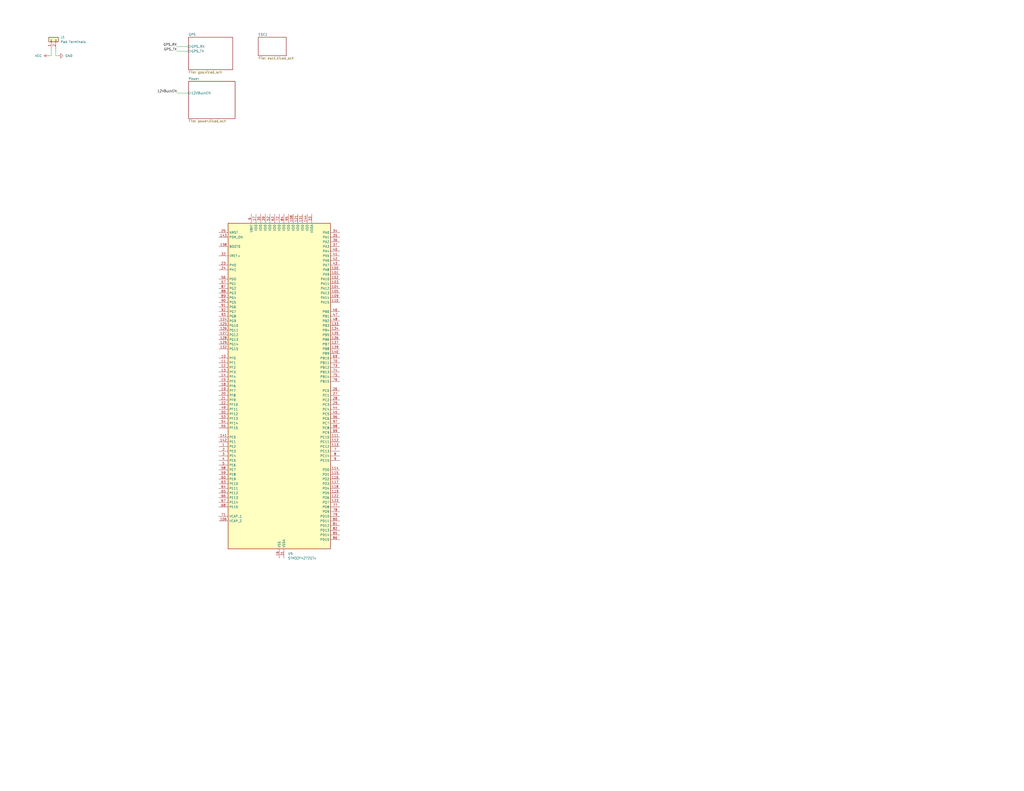
<source format=kicad_sch>
(kicad_sch (version 20250114) (generator "eeschema") (generator_version "9.0")
  (paper "C")
  (lib_symbols
    (symbol "Connector_Generic:Conn_01x02" (pin_names (offset 1.016) (hide yes))
      (property "Reference" "J" (at 0 2.54 0))
      (property "Value" "Conn_01x02" (at 0 -5.08 0))
      (symbol "Conn_01x02_1_1"
        (rectangle (start -1.27 1.27) (end 1.27 -3.81) (stroke (width 0.254)) (fill (type background)))
        (rectangle (start -1.27 0.127) (end 0 -0.127) (stroke (width 0.1524)))
        (rectangle (start -1.27 -2.413) (end 0 -2.667) (stroke (width 0.1524)))
        (pin passive line (at -5.08 0 0) (length 3.81) (name "Pin_1") (number "1"))
        (pin passive line (at -5.08 -2.54 0) (length 3.81) (name "Pin_2") (number "2"))
      )
    )
    (symbol "MCU_ST_STM32F4:STM32F427ZGTx"
      (property "Reference" "U" (at -27.94 90.17 0))
      (property "Value" "STM32F427ZGTx" (at 20.32 90.17 0))
      (symbol "STM32F427ZGTx_0_1"
        (rectangle (start -27.94 -88.9) (end 27.94 88.9) (stroke (width 0.254)) (fill (type background)))
      )
      (symbol "STM32F427ZGTx_1_1"
        (pin input line (at -33.02 83.82 0) (length 5.08) (name "NRST") (number "25"))
        (pin input line (at -33.02 81.28 0) (length 5.08) (name "PDR_ON") (number "143"))
        (pin input line (at -33.02 76.2 0) (length 5.08) (name "BOOT0") (number "138"))
        (pin input line (at -33.02 71.12 0) (length 5.08) (name "VREF+") (number "32"))
        (pin bidirectional line (at -33.02 66.04 0) (length 5.08) (name "PH0") (number "23"))
        (pin bidirectional line (at -33.02 63.5 0) (length 5.08) (name "PH1") (number "24"))
        (pin bidirectional line (at -33.02 58.42 0) (length 5.08) (name "PG0") (number "56"))
        (pin bidirectional line (at -33.02 55.88 0) (length 5.08) (name "PG1") (number "57"))
        (pin bidirectional line (at -33.02 53.34 0) (length 5.08) (name "PG2") (number "87"))
        (pin bidirectional line (at -33.02 50.8 0) (length 5.08) (name "PG3") (number "88"))
        (pin bidirectional line (at -33.02 48.26 0) (length 5.08) (name "PG4") (number "89"))
        (pin bidirectional line (at -33.02 45.72 0) (length 5.08) (name "PG5") (number "90"))
        (pin bidirectional line (at -33.02 43.18 0) (length 5.08) (name "PG6") (number "91"))
        (pin bidirectional line (at -33.02 40.64 0) (length 5.08) (name "PG7") (number "92"))
        (pin bidirectional line (at -33.02 38.1 0) (length 5.08) (name "PG8") (number "93"))
        (pin bidirectional line (at -33.02 35.56 0) (length 5.08) (name "PG9") (number "124"))
        (pin bidirectional line (at -33.02 33.02 0) (length 5.08) (name "PG10") (number "125"))
        (pin bidirectional line (at -33.02 30.48 0) (length 5.08) (name "PG11") (number "126"))
        (pin bidirectional line (at -33.02 27.94 0) (length 5.08) (name "PG12") (number "127"))
        (pin bidirectional line (at -33.02 25.4 0) (length 5.08) (name "PG13") (number "128"))
        (pin bidirectional line (at -33.02 22.86 0) (length 5.08) (name "PG14") (number "129"))
        (pin bidirectional line (at -33.02 20.32 0) (length 5.08) (name "PG15") (number "132"))
        (pin bidirectional line (at -33.02 15.24 0) (length 5.08) (name "PF0") (number "10"))
        (pin bidirectional line (at -33.02 12.7 0) (length 5.08) (name "PF1") (number "11"))
        (pin bidirectional line (at -33.02 10.16 0) (length 5.08) (name "PF2") (number "12"))
        (pin bidirectional line (at -33.02 7.62 0) (length 5.08) (name "PF3") (number "13"))
        (pin bidirectional line (at -33.02 5.08 0) (length 5.08) (name "PF4") (number "14"))
        (pin bidirectional line (at -33.02 2.54 0) (length 5.08) (name "PF5") (number "15"))
        (pin bidirectional line (at -33.02 0 0) (length 5.08) (name "PF6") (number "18"))
        (pin bidirectional line (at -33.02 -2.54 0) (length 5.08) (name "PF7") (number "19"))
        (pin bidirectional line (at -33.02 -5.08 0) (length 5.08) (name "PF8") (number "20"))
        (pin bidirectional line (at -33.02 -7.62 0) (length 5.08) (name "PF9") (number "21"))
        (pin bidirectional line (at -33.02 -10.16 0) (length 5.08) (name "PF10") (number "22"))
        (pin bidirectional line (at -33.02 -12.7 0) (length 5.08) (name "PF11") (number "49"))
        (pin bidirectional line (at -33.02 -15.24 0) (length 5.08) (name "PF12") (number "50"))
        (pin bidirectional line (at -33.02 -17.78 0) (length 5.08) (name "PF13") (number "53"))
        (pin bidirectional line (at -33.02 -20.32 0) (length 5.08) (name "PF14") (number "54"))
        (pin bidirectional line (at -33.02 -22.86 0) (length 5.08) (name "PF15") (number "55"))
        (pin bidirectional line (at -33.02 -27.94 0) (length 5.08) (name "PE0") (number "141"))
        (pin bidirectional line (at -33.02 -30.48 0) (length 5.08) (name "PE1") (number "142"))
        (pin bidirectional line (at -33.02 -33.02 0) (length 5.08) (name "PE2") (number "1"))
        (pin bidirectional line (at -33.02 -35.56 0) (length 5.08) (name "PE3") (number "2"))
        (pin bidirectional line (at -33.02 -38.1 0) (length 5.08) (name "PE4") (number "3"))
        (pin bidirectional line (at -33.02 -40.64 0) (length 5.08) (name "PE5") (number "4"))
        (pin bidirectional line (at -33.02 -43.18 0) (length 5.08) (name "PE6") (number "5"))
        (pin bidirectional line (at -33.02 -45.72 0) (length 5.08) (name "PE7") (number "58"))
        (pin bidirectional line (at -33.02 -48.26 0) (length 5.08) (name "PE8") (number "59"))
        (pin bidirectional line (at -33.02 -50.8 0) (length 5.08) (name "PE9") (number "60"))
        (pin bidirectional line (at -33.02 -53.34 0) (length 5.08) (name "PE10") (number "63"))
        (pin bidirectional line (at -33.02 -55.88 0) (length 5.08) (name "PE11") (number "64"))
        (pin bidirectional line (at -33.02 -58.42 0) (length 5.08) (name "PE12") (number "65"))
        (pin bidirectional line (at -33.02 -60.96 0) (length 5.08) (name "PE13") (number "66"))
        (pin bidirectional line (at -33.02 -63.5 0) (length 5.08) (name "PE14") (number "67"))
        (pin bidirectional line (at -33.02 -66.04 0) (length 5.08) (name "PE15") (number "68"))
        (pin power_out line (at -33.02 -71.12 0) (length 5.08) (name "VCAP_1") (number "71"))
        (pin power_out line (at -33.02 -73.66 0) (length 5.08) (name "VCAP_2") (number "106"))
        (pin power_in line (at -15.24 93.98 270) (length 5.08) (name "VBAT") (number "6"))
        (pin power_in line (at -12.7 93.98 270) (length 5.08) (name "VDD") (number "17"))
        (pin power_in line (at -10.16 93.98 270) (length 5.08) (name "VDD") (number "30"))
        (pin power_in line (at -7.62 93.98 270) (length 5.08) (name "VDD") (number "39"))
        (pin power_in line (at -5.08 93.98 270) (length 5.08) (name "VDD") (number "52"))
        (pin power_in line (at -2.54 93.98 270) (length 5.08) (name "VDD") (number "62"))
        (pin power_in line (at 0 93.98 270) (length 5.08) (name "VDD") (number "72"))
        (pin passive line (at 0 -93.98 90) (length 5.08) (hide yes) (name "VSS") (number "107"))
        (pin passive line (at 0 -93.98 90) (length 5.08) (hide yes) (name "VSS") (number "120"))
        (pin passive line (at 0 -93.98 90) (length 5.08) (hide yes) (name "VSS") (number "130"))
        (pin power_in line (at 0 -93.98 90) (length 5.08) (name "VSS") (number "16"))
        (pin passive line (at 0 -93.98 90) (length 5.08) (hide yes) (name "VSS") (number "38"))
        (pin passive line (at 0 -93.98 90) (length 5.08) (hide yes) (name "VSS") (number "51"))
        (pin passive line (at 0 -93.98 90) (length 5.08) (hide yes) (name "VSS") (number "61"))
        (pin passive line (at 0 -93.98 90) (length 5.08) (hide yes) (name "VSS") (number "83"))
        (pin passive line (at 0 -93.98 90) (length 5.08) (hide yes) (name "VSS") (number "94"))
        (pin power_in line (at 2.54 93.98 270) (length 5.08) (name "VDD") (number "84"))
        (pin power_in line (at 2.54 -93.98 90) (length 5.08) (name "VSSA") (number "31"))
        (pin power_in line (at 5.08 93.98 270) (length 5.08) (name "VDD") (number "95"))
        (pin power_in line (at 7.62 93.98 270) (length 5.08) (name "VDD") (number "108"))
        (pin power_in line (at 10.16 93.98 270) (length 5.08) (name "VDD") (number "121"))
        (pin power_in line (at 12.7 93.98 270) (length 5.08) (name "VDD") (number "131"))
        (pin power_in line (at 15.24 93.98 270) (length 5.08) (name "VDD") (number "144"))
        (pin power_in line (at 17.78 93.98 270) (length 5.08) (name "VDDA") (number "33"))
        (pin bidirectional line (at 33.02 83.82 180) (length 5.08) (name "PA0") (number "34"))
        (pin bidirectional line (at 33.02 81.28 180) (length 5.08) (name "PA1") (number "35"))
        (pin bidirectional line (at 33.02 78.74 180) (length 5.08) (name "PA2") (number "36"))
        (pin bidirectional line (at 33.02 76.2 180) (length 5.08) (name "PA3") (number "37"))
        (pin bidirectional line (at 33.02 73.66 180) (length 5.08) (name "PA4") (number "40"))
        (pin bidirectional line (at 33.02 71.12 180) (length 5.08) (name "PA5") (number "41"))
        (pin bidirectional line (at 33.02 68.58 180) (length 5.08) (name "PA6") (number "42"))
        (pin bidirectional line (at 33.02 66.04 180) (length 5.08) (name "PA7") (number "43"))
        (pin bidirectional line (at 33.02 63.5 180) (length 5.08) (name "PA8") (number "100"))
        (pin bidirectional line (at 33.02 60.96 180) (length 5.08) (name "PA9") (number "101"))
        (pin bidirectional line (at 33.02 58.42 180) (length 5.08) (name "PA10") (number "102"))
        (pin bidirectional line (at 33.02 55.88 180) (length 5.08) (name "PA11") (number "103"))
        (pin bidirectional line (at 33.02 53.34 180) (length 5.08) (name "PA12") (number "104"))
        (pin bidirectional line (at 33.02 50.8 180) (length 5.08) (name "PA13") (number "105"))
        (pin bidirectional line (at 33.02 48.26 180) (length 5.08) (name "PA14") (number "109"))
        (pin bidirectional line (at 33.02 45.72 180) (length 5.08) (name "PA15") (number "110"))
        (pin bidirectional line (at 33.02 40.64 180) (length 5.08) (name "PB0") (number "46"))
        (pin bidirectional line (at 33.02 38.1 180) (length 5.08) (name "PB1") (number "47"))
        (pin bidirectional line (at 33.02 35.56 180) (length 5.08) (name "PB2") (number "48"))
        (pin bidirectional line (at 33.02 33.02 180) (length 5.08) (name "PB3") (number "133"))
        (pin bidirectional line (at 33.02 30.48 180) (length 5.08) (name "PB4") (number "134"))
        (pin bidirectional line (at 33.02 27.94 180) (length 5.08) (name "PB5") (number "135"))
        (pin bidirectional line (at 33.02 25.4 180) (length 5.08) (name "PB6") (number "136"))
        (pin bidirectional line (at 33.02 22.86 180) (length 5.08) (name "PB7") (number "137"))
        (pin bidirectional line (at 33.02 20.32 180) (length 5.08) (name "PB8") (number "139"))
        (pin bidirectional line (at 33.02 17.78 180) (length 5.08) (name "PB9") (number "140"))
        (pin bidirectional line (at 33.02 15.24 180) (length 5.08) (name "PB10") (number "69"))
        (pin bidirectional line (at 33.02 12.7 180) (length 5.08) (name "PB11") (number "70"))
        (pin bidirectional line (at 33.02 10.16 180) (length 5.08) (name "PB12") (number "73"))
        (pin bidirectional line (at 33.02 7.62 180) (length 5.08) (name "PB13") (number "74"))
        (pin bidirectional line (at 33.02 5.08 180) (length 5.08) (name "PB14") (number "75"))
        (pin bidirectional line (at 33.02 2.54 180) (length 5.08) (name "PB15") (number "76"))
        (pin bidirectional line (at 33.02 -2.54 180) (length 5.08) (name "PC0") (number "26"))
        (pin bidirectional line (at 33.02 -5.08 180) (length 5.08) (name "PC1") (number "27"))
        (pin bidirectional line (at 33.02 -7.62 180) (length 5.08) (name "PC2") (number "28"))
        (pin bidirectional line (at 33.02 -10.16 180) (length 5.08) (name "PC3") (number "29"))
        (pin bidirectional line (at 33.02 -12.7 180) (length 5.08) (name "PC4") (number "44"))
        (pin bidirectional line (at 33.02 -15.24 180) (length 5.08) (name "PC5") (number "45"))
        (pin bidirectional line (at 33.02 -17.78 180) (length 5.08) (name "PC6") (number "96"))
        (pin bidirectional line (at 33.02 -20.32 180) (length 5.08) (name "PC7") (number "97"))
        (pin bidirectional line (at 33.02 -22.86 180) (length 5.08) (name "PC8") (number "98"))
        (pin bidirectional line (at 33.02 -25.4 180) (length 5.08) (name "PC9") (number "99"))
        (pin bidirectional line (at 33.02 -27.94 180) (length 5.08) (name "PC10") (number "111"))
        (pin bidirectional line (at 33.02 -30.48 180) (length 5.08) (name "PC11") (number "112"))
        (pin bidirectional line (at 33.02 -33.02 180) (length 5.08) (name "PC12") (number "113"))
        (pin bidirectional line (at 33.02 -35.56 180) (length 5.08) (name "PC13") (number "7"))
        (pin bidirectional line (at 33.02 -38.1 180) (length 5.08) (name "PC14") (number "8"))
        (pin bidirectional line (at 33.02 -40.64 180) (length 5.08) (name "PC15") (number "9"))
        (pin bidirectional line (at 33.02 -45.72 180) (length 5.08) (name "PD0") (number "114"))
        (pin bidirectional line (at 33.02 -48.26 180) (length 5.08) (name "PD1") (number "115"))
        (pin bidirectional line (at 33.02 -50.8 180) (length 5.08) (name "PD2") (number "116"))
        (pin bidirectional line (at 33.02 -53.34 180) (length 5.08) (name "PD3") (number "117"))
        (pin bidirectional line (at 33.02 -55.88 180) (length 5.08) (name "PD4") (number "118"))
        (pin bidirectional line (at 33.02 -58.42 180) (length 5.08) (name "PD5") (number "119"))
        (pin bidirectional line (at 33.02 -60.96 180) (length 5.08) (name "PD6") (number "122"))
        (pin bidirectional line (at 33.02 -63.5 180) (length 5.08) (name "PD7") (number "123"))
        (pin bidirectional line (at 33.02 -66.04 180) (length 5.08) (name "PD8") (number "77"))
        (pin bidirectional line (at 33.02 -68.58 180) (length 5.08) (name "PD9") (number "78"))
        (pin bidirectional line (at 33.02 -71.12 180) (length 5.08) (name "PD10") (number "79"))
        (pin bidirectional line (at 33.02 -73.66 180) (length 5.08) (name "PD11") (number "80"))
        (pin bidirectional line (at 33.02 -76.2 180) (length 5.08) (name "PD12") (number "81"))
        (pin bidirectional line (at 33.02 -78.74 180) (length 5.08) (name "PD13") (number "82"))
        (pin bidirectional line (at 33.02 -81.28 180) (length 5.08) (name "PD14") (number "85"))
        (pin bidirectional line (at 33.02 -83.82 180) (length 5.08) (name "PD15") (number "86"))
      )
    )
    (symbol "power:GND" (power) (pin_numbers (hide yes)) (pin_names (offset 0) (hide yes))
      (property "Value" "GND" (at 0 -3.81 0))
      (symbol "GND_0_1"
        (polyline (pts (xy 0 0) (xy 0 -1.27) (xy 1.27 -1.27) (xy 0 -2.54) (xy -1.27 -1.27) (xy 0 -1.27)))
      )
      (symbol "GND_1_1"
        (pin power_in line (at 0 0 270) (length 0) (name "~") (number "1"))
      )
    )
    (symbol "power:VCC" (power) (pin_numbers (hide yes)) (pin_names (offset 0) (hide yes))
      (property "Value" "VCC" (at 0 3.556 0))
      (symbol "VCC_0_1"
        (polyline (pts (xy -0.762 1.27) (xy 0 2.54)))
        (polyline (pts (xy 0 2.54) (xy 0.762 1.27)))
        (polyline (pts (xy 0 0) (xy 0 2.54)))
      )
      (symbol "VCC_1_1"
        (pin power_in line (at 0 0 90) (length 0) (name "~") (number "1"))
      )
    )
  )
  (wire (pts (xy 30.48 26.67) (xy 30.48 30.48)))
  (wire (pts (xy 26.67 30.48) (xy 27.94 30.48)))
  (wire (pts (xy 27.94 26.67) (xy 27.94 30.48)))
  (wire (pts (xy 96.52 25.4) (xy 102.87 25.4)))
  (wire (pts (xy 30.48 30.48) (xy 31.75 30.48)))
  (wire (pts (xy 96.52 50.8) (xy 102.87 50.8)))
  (wire (pts (xy 102.87 27.94) (xy 96.52 27.94)))
  (label "12VBuckEN" (at 96.52 50.8 180))
  (label "GPS_TX" (at 96.52 27.94 180))
  (label "GPS_RX" (at 96.52 25.4 180))
  (symbol (lib_id "MCU_ST_STM32F4:STM32F427ZGTx") (at 152.4 210.82 0) (unit 1)
    (property "Reference" "U5" (at 157.0833 302.26 0) (effects (justify left)))
    (property "Value" "STM32F427ZGTx" (at 157.0833 304.8 0) (effects (justify left)))
    (property "Footprint" "Package_QFP:LQFP-144_20x20mm_P0.5mm" (effects (hide yes)))
    (property "Datasheet" "https://www.st.com/resource/en/datasheet/stm32f427zg.pdf" (effects (hide yes)))
    (property "Description" "STMicroelectronics Arm Cortex-M4 MCU, 1024KB flash, 256KB RAM, 180 MHz, 1.7-3.6V, 114 GPIO, LQFP144" (effects (hide yes)))
  )
  (symbol (lib_id "Connector_Generic:Conn_01x02") (at 27.94 21.59 90) (unit 1)
    (property "Reference" "J1" (at 33.02 20.3199 90) (effects (justify right)))
    (property "Value" "Pad Terminals" (at 33.02 22.8599 90) (effects (justify right)))
    (property "Footprint" "Library:VCC Pads" (effects (hide yes)))
    (property "Description" "Generic connector, single row, 01x02, script generated (kicad-library-utils/schlib/autogen/connector/)" (effects (hide yes)))
  )
  (symbol (lib_id "power:VCC") (at 26.67 30.48 90) (unit 1)
    (property "Reference" "#PWR012" (effects (hide yes)))
    (property "Value" "VCC" (at 22.86 30.4799 90) (effects (justify left)))
    (property "Description" "Power symbol creates a global label with name \"VCC\"" (effects (hide yes)))
  )
  (symbol (lib_id "power:GND") (at 31.75 30.48 90) (unit 1)
    (property "Reference" "#PWR011" (effects (hide yes)))
    (property "Value" "GND" (at 35.56 30.4799 90) (effects (justify right)))
    (property "Description" "Power symbol creates a global label with name \"GND\" , ground" (effects (hide yes)))
  )
  (sheet (at 102.87 20.32) (size 24.13 17.78) (stroke (width 0.1524))
    (property "Sheetname" "GPS" (at 102.87 19.6084 0) (effects (justify left bottom)))
    (property "Sheetfile" "gps.kicad_sch" (at 102.87 38.6846 0) (effects (justify left top)))
    (pin "GPS_RX" input (at 102.87 25.4 180))
    (pin "GPS_TX" input (at 102.87 27.94 180))
  )
  (sheet (at 140.97 20.32) (size 15.24 10.16) (stroke (width 0.1524))
    (property "Sheetname" "ESC1" (at 140.97 19.6084 0) (effects (justify left bottom)))
    (property "Sheetfile" "esc1.kicad_sch" (at 140.97 31.0646 0) (effects (justify left top)))
  )
  (sheet (at 102.87 44.45) (size 25.4 20.32) (stroke (width 0.1524))
    (property "Sheetname" "Power" (at 102.87 43.7384 0) (effects (justify left bottom)))
    (property "Sheetfile" "power.kicad_sch" (at 102.87 65.3546 0) (effects (justify left top)))
    (pin "12VBuckEN" input (at 102.87 50.8 180))
  )
)
</source>
